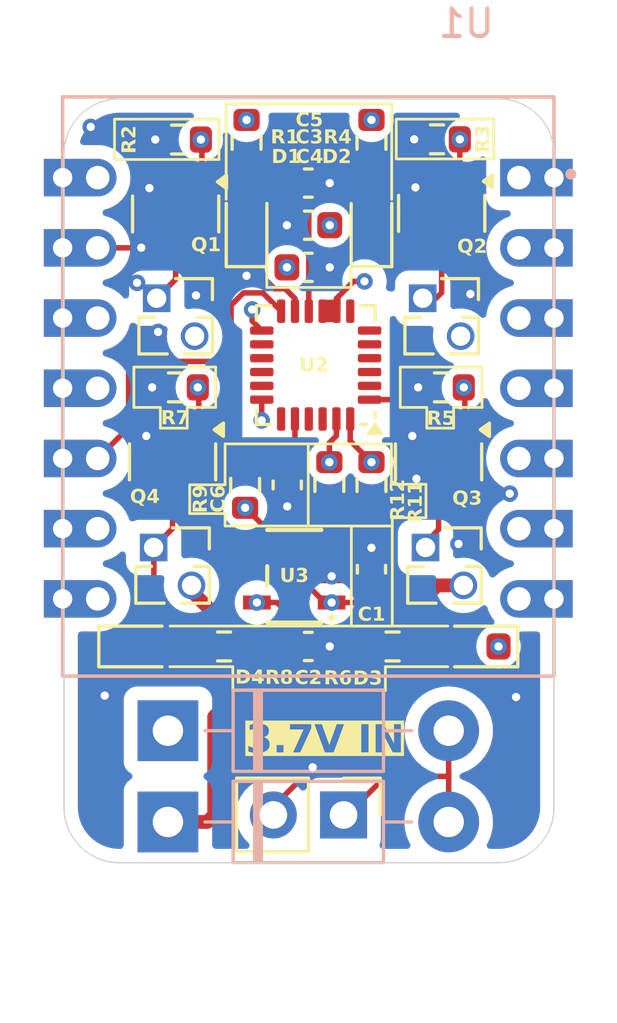
<source format=kicad_pcb>
(kicad_pcb (version 20240108) (generator "pcbnew") (generator_version "8.0")
  (layers (0 "F.Cu" signal) (1 "In1.Cu" signal) (2 "In2.Cu" signal) (31 "B.Cu" signal) (34 "B.Paste" user) (35 "F.Paste" user) (36 "B.SilkS" user "B.Silkscreen") (37 "F.SilkS" user "F.Silkscreen") (38 "B.Mask" user) (39 "F.Mask" user) (44 "Edge.Cuts" user))
  (net 0 "")
  (net 6 "GND")
  (net 7 "LDOIN")
  (net 8 "3.3VBUS")
  (net 9 "Net-(U2-REGOUT)")
  (net 10 "Net-(D1-K)")
  (net 11 "Net-(D1-A)")
  (net 12 "Net-(D2-K)")
  (net 13 "Net-(D2-A)")
  (net 14 "Net-(D3-A)")
  (net 15 "Net-(D3-K)")
  (net 16 "Net-(D4-A)")
  (net 17 "Net-(D4-K)")
  (net 18 "3.7V")
  (net 19 "3.7VBUS")
  (net 20 "MOT1")
  (net 21 "MOT2")
  (net 22 "MOT3")
  (net 23 "MOT4")
  (net 24 "/SDA")
  (net 25 "/SCL")
  (net 26 "/INT")
  (net 41 "Net-(U2-CPOUT)")
  (footprint "Resistor_SMD:R_0603_1608Metric" (layer "F.Cu") (at 112.014 70.866 90)
    (property "Reference" "R12" (at -0.534 2.496 -90) (layer "F.SilkS") (effects (font (size 0.5 0.5))))
    (property "Value" "4.7K")
    (pad "1" smd roundrect (at -0.825 0 90) (size 0.8 0.95) (layers "F.Cu" "F.Paste" "F.Mask") (net 8 "3.3VBUS"))
    (pad "2" smd roundrect (at 0.825 0 90) (size 0.8 0.95) (layers "F.Cu" "F.Paste" "F.Mask") (net 25 "/SCL"))
  )
  (footprint "Resistor_SMD:R_0603_1608Metric" (layer "F.Cu") (at 108.966 70.866 90)
    (property "Reference" "R9" (at -0.507419 -1.596 -90) (layer "F.SilkS") (effects (font (size 0.5 0.5))))
    (property "Value" "10K")
    (pad "1" smd roundrect (at -0.825 0 90) (size 0.8 0.95) (layers "F.Cu" "F.Paste" "F.Mask") (net 8 "3.3VBUS"))
    (pad "2" smd roundrect (at 0.825 0 90) (size 0.8 0.95) (layers "F.Cu" "F.Paste" "F.Mask") (net 26 "/INT"))
  )
  (footprint "Package_TO_SOT_SMD:SOT-23" (layer "F.Cu") (at 115.9655 70.0301 -90)
    (property "Reference" "Q3" (at 1.3399 -1.0345 180) (layer "F.SilkS") (effects (font (size 0.5 0.5))))
    (property "Value" "IRLML6402")
    (pad "1" smd roundrect (at -0.9375 -0.95 270) (size 1.475 0.6) (layers "F.Cu" "F.Paste" "F.Mask") (net 22 "MOT3"))
    (pad "2" smd roundrect (at -0.9375 0.95 270) (size 1.475 0.6) (layers "F.Cu" "F.Paste" "F.Mask") (net 6 "GND"))
    (pad "3" smd roundrect (at 0.9375 0 270) (size 1.475 0.6) (layers "F.Cu" "F.Paste" "F.Mask") (net 15 "Net-(D3-K)"))
  )
  (footprint "LED_SMD:LED_0603_1608Metric" (layer "F.Cu") (at 113.538 61.4812 90)
    (property "Reference" "D2" (at 2.4712 -1.258 0) (layer "F.SilkS") (effects (font (size 0.5 0.5))))
    (property "Value" "LED")
    (pad "1" smd roundrect (at -0.7875 0 90) (size 0.875 0.95) (layers "F.Cu" "F.Paste" "F.Mask") (net 12 "Net-(D2-K)"))
    (pad "2" smd roundrect (at 0.7875 0 90) (size 0.875 0.95) (layers "F.Cu" "F.Paste" "F.Mask") (net 13 "Net-(D2-A)"))
  )
  (footprint "Resistor_SMD:R_0603_1608Metric" (layer "F.Cu") (at 116.053 67.3354 180)
    (property "Reference" "R5" (at 0 -1.1446 0) (layer "F.SilkS") (effects (font (size 0.5 0.5) (thickness 0.125))))
    (property "Value" "10K")
    (pad "1" smd roundrect (at -0.825 0 180) (size 0.8 0.95) (layers "F.Cu" "F.Paste" "F.Mask") (net 22 "MOT3"))
    (pad "2" smd roundrect (at 0.825 0 180) (size 0.8 0.95) (layers "F.Cu" "F.Paste" "F.Mask") (net 6 "GND"))
  )
  (footprint "Sensor_Motion:InvenSense_QFN-24_4x4mm_P0.5mm" (layer "F.Cu") (at 111.5195 66.5284 180)
    (property "Reference" "U2" (at 0.0643 -0.0196 0) (layer "F.SilkS") (effects (font (size 0.5 0.5) (thickness 0.125))))
    (property "Value" "MPU-6050")
    (pad "1" smd roundrect (at -1.95 -1.25 180) (size 0.85 0.3) (layers "F.Cu" "F.Paste" "F.Mask") (net 6 "GND"))
    (pad "2" smd roundrect (at -1.95 -0.75 180) (size 0.85 0.3) (layers "F.Cu" "F.Paste" "F.Mask"))
    (pad "3" smd roundrect (at -1.95 -0.25 180) (size 0.85 0.3) (layers "F.Cu" "F.Paste" "F.Mask"))
    (pad "4" smd roundrect (at -1.95 0.25 180) (size 0.85 0.3) (layers "F.Cu" "F.Paste" "F.Mask"))
    (pad "5" smd roundrect (at -1.95 0.75 180) (size 0.85 0.3) (layers "F.Cu" "F.Paste" "F.Mask"))
    (pad "6" smd roundrect (at -1.95 1.25 180) (size 0.85 0.3) (layers "F.Cu" "F.Paste" "F.Mask"))
    (pad "7" smd roundrect (at -1.25 1.95 270) (size 0.85 0.3) (layers "F.Cu" "F.Paste" "F.Mask"))
    (pad "8" smd roundrect (at -0.75 1.95 270) (size 0.85 0.3) (layers "F.Cu" "F.Paste" "F.Mask") (net 8 "3.3VBUS"))
    (pad "9" smd roundrect (at -0.25 1.95 270) (size 0.85 0.3) (layers "F.Cu" "F.Paste" "F.Mask") (net 8 "3.3VBUS"))
    (pad "10" smd roundrect (at 0.25 1.95 270) (size 0.85 0.3) (layers "F.Cu" "F.Paste" "F.Mask") (net 9 "Net-(U2-REGOUT)"))
    (pad "11" smd roundrect (at 0.75 1.95 270) (size 0.85 0.3) (layers "F.Cu" "F.Paste" "F.Mask") (net 6 "GND"))
    (pad "12" smd roundrect (at 1.25 1.95 270) (size 0.85 0.3) (layers "F.Cu" "F.Paste" "F.Mask") (net 26 "/INT"))
    (pad "13" smd roundrect (at 1.95 1.25 180) (size 0.85 0.3) (layers "F.Cu" "F.Paste" "F.Mask") (net 8 "3.3VBUS"))
    (pad "14" smd roundrect (at 1.95 0.75 180) (size 0.85 0.3) (layers "F.Cu" "F.Paste" "F.Mask"))
    (pad "15" smd roundrect (at 1.95 0.25 180) (size 0.85 0.3) (layers "F.Cu" "F.Paste" "F.Mask"))
    (pad "16" smd roundrect (at 1.95 -0.25 180) (size 0.85 0.3) (layers "F.Cu" "F.Paste" "F.Mask"))
    (pad "17" smd roundrect (at 1.95 -0.75 180) (size 0.85 0.3) (layers "F.Cu" "F.Paste" "F.Mask"))
    (pad "18" smd roundrect (at 1.95 -1.25 180) (size 0.85 0.3) (layers "F.Cu" "F.Paste" "F.Mask") (net 6 "GND"))
    (pad "19" smd roundrect (at 1.25 -1.95 270) (size 0.85 0.3) (layers "F.Cu" "F.Paste" "F.Mask"))
    (pad "20" smd roundrect (at 0.75 -1.95 270) (size 0.85 0.3) (layers "F.Cu" "F.Paste" "F.Mask") (net 41 "Net-(U2-CPOUT)"))
    (pad "21" smd roundrect (at 0.25 -1.95 270) (size 0.85 0.3) (layers "F.Cu" "F.Paste" "F.Mask"))
    (pad "22" smd roundrect (at -0.25 -1.95 270) (size 0.85 0.3) (layers "F.Cu" "F.Paste" "F.Mask"))
    (pad "23" smd roundrect (at -0.75 -1.95 270) (size 0.85 0.3) (layers "F.Cu" "F.Paste" "F.Mask") (net 25 "/SCL"))
    (pad "24" smd roundrect (at -1.25 -1.95 270) (size 0.85 0.3) (layers "F.Cu" "F.Paste" "F.Mask") (net 24 "/SDA"))
    (zone (net 0) (net_name "") (layer "F.Cu") (connect_pads (clearance 0)) (min_thickness 0.254)
      (keepout (tracks not_allowed) (vias not_allowed) (pads not_allowed) (copperpour not_allowed) (footprints allowed))
      (fill (thermal_gap 0.508) (thermal_bridge_width 0.508))
      (polygon (pts (xy 112.8945 67.8534) (xy 110.1445 67.8534) (xy 110.1445 65.2034) (xy 112.8945 65.2034)))
    )
  )
  (footprint "Resistor_SMD:R_0603_1608Metric" (layer "F.Cu") (at 114.3 76.708)
    (property "Reference" "R6" (at -1.975025 1.1628 0) (layer "F.SilkS") (effects (font (size 0.5 0.5))))
    (property "Value" "220R")
    (pad "1" smd roundrect (at -0.825 0) (size 0.8 0.95) (layers "F.Cu" "F.Paste" "F.Mask") (net 19 "3.7VBUS"))
    (pad "2" smd roundrect (at 0.825 0) (size 0.8 0.95) (layers "F.Cu" "F.Paste" "F.Mask") (net 14 "Net-(D3-A)"))
  )
  (footprint "Capacitor_SMD:C_0603_1608Metric" (layer "F.Cu") (at 111.252 61.468 180)
    (property "Reference" "C3" (at -0.038 3.168 180) (layer "F.SilkS") (effects (font (size 0.5 0.5))))
    (property "Value" "0.1uF")
    (pad "1" smd roundrect (at -0.775 0 180) (size 0.9 0.95) (layers "F.Cu" "F.Paste" "F.Mask") (net 8 "3.3VBUS"))
    (pad "2" smd roundrect (at 0.775 0 180) (size 0.9 0.95) (layers "F.Cu" "F.Paste" "F.Mask") (net 6 "GND"))
  )
  (footprint "Package_TO_SOT_SMD:SOT-23" (layer "F.Cu") (at 106.4523 61.0616 -90)
    (property "Reference" "Q1" (at 1.1384 -1.0977 180) (layer "F.SilkS") (effects (font (size 0.5 0.5))))
    (property "Value" "IRLML6402")
    (pad "1" smd roundrect (at -0.9375 -0.95 270) (size 1.475 0.6) (layers "F.Cu" "F.Paste" "F.Mask") (net 20 "MOT1"))
    (pad "2" smd roundrect (at -0.9375 0.95 270) (size 1.475 0.6) (layers "F.Cu" "F.Paste" "F.Mask") (net 6 "GND"))
    (pad "3" smd roundrect (at 0.9375 0 270) (size 1.475 0.6) (layers "F.Cu" "F.Paste" "F.Mask") (net 10 "Net-(D1-K)"))
  )
  (footprint "Resistor_SMD:R_0603_1608Metric" (layer "F.Cu") (at 106.4273 67.3354 180)
    (property "Reference" "R7" (at -0.0027 -1.1246 0) (layer "F.SilkS") (effects (font (size 0.5 0.5))))
    (property "Value" "10K")
    (pad "1" smd roundrect (at -0.825 0 180) (size 0.8 0.95) (layers "F.Cu" "F.Paste" "F.Mask") (net 23 "MOT4"))
    (pad "2" smd roundrect (at 0.825 0 180) (size 0.8 0.95) (layers "F.Cu" "F.Paste" "F.Mask") (net 6 "GND"))
  )
  (footprint "Resistor_SMD:R_0603_1608Metric" (layer "F.Cu") (at 113.538 70.866 90)
    (property "Reference" "R11" (at -0.622905 1.612 -90) (layer "F.SilkS") (effects (font (size 0.5 0.5))))
    (property "Value" "4.7K")
    (pad "1" smd roundrect (at -0.825 0 90) (size 0.8 0.95) (layers "F.Cu" "F.Paste" "F.Mask") (net 8 "3.3VBUS"))
    (pad "2" smd roundrect (at 0.825 0 90) (size 0.8 0.95) (layers "F.Cu" "F.Paste" "F.Mask") (net 24 "/SDA"))
  )
  (footprint "Connector_PinSocket_1.27mm:PinSocket_1x02_P1.27mm_Vertical" (layer "F.Cu") (at 106.4523 64.1604)
    (property "Reference" "J1" (hide yes))
    (property "Value" "Conn_01x02_Pin")
    (pad "1" thru_hole rect (at -0.6858 -0.0508) (size 1 1) (drill 0.7) (layers "*.Cu" "*.Mask") (net 10 "Net-(D1-K)"))
    (pad "2" thru_hole oval (at 0.6858 1.3208) (size 1 1) (drill 0.7) (layers "*.Cu" "*.Mask") (net 19 "3.7VBUS"))
  )
  (footprint "Capacitor_SMD:C_0603_1608Metric" (layer "F.Cu") (at 111.252 59.944)
    (property "Reference" "C5" (at 0.038 -2.264 180) (layer "F.SilkS") (effects (font (size 0.5 0.5))))
    (property "Value" "0.1uF")
    (pad "1" smd roundrect (at -0.775 0) (size 0.9 0.95) (layers "F.Cu" "F.Paste" "F.Mask") (net 9 "Net-(U2-REGOUT)"))
    (pad "2" smd roundrect (at 0.775 0) (size 0.9 0.95) (layers "F.Cu" "F.Paste" "F.Mask") (net 6 "GND"))
  )
  (footprint "Connector_PinSocket_1.27mm:PinSocket_1x02_P1.27mm_Vertical" (layer "F.Cu") (at 116.078 64.1604)
    (property "Reference" "J2" (hide yes))
    (property "Value" "Conn_01x02_Pin")
    (pad "1" thru_hole rect (at -0.6858 -0.0508) (size 1 1) (drill 0.7) (layers "*.Cu" "*.Mask") (net 12 "Net-(D2-K)"))
    (pad "2" thru_hole oval (at 0.6858 1.3208) (size 1 1) (drill 0.7) (layers "*.Cu" "*.Mask") (net 19 "3.7VBUS"))
  )
  (footprint "LED_SMD:LED_0603_1608Metric" (layer "F.Cu") (at 117.348 76.708 180)
    (property "Reference" "D3" (at 3.948 -1.172 0) (layer "F.SilkS") (effects (font (size 0.5 0.5))))
    (property "Value" "LED")
    (pad "1" smd roundrect (at -0.7875 0 180) (size 0.875 0.95) (layers "F.Cu" "F.Paste" "F.Mask") (net 15 "Net-(D3-K)"))
    (pad "2" smd roundrect (at 0.7875 0 180) (size 0.875 0.95) (layers "F.Cu" "F.Paste" "F.Mask") (net 14 "Net-(D3-A)"))
  )
  (footprint "FlightController:SOT_RG1_DIO" (layer "F.Cu") (at 110.744 74.168 180)
    (property "Reference" "U3" (at 0 0 0) (layer "F.SilkS") (effects (font (size 0.5 0.5))))
    (property "Value" "AP2112K-3.3TRG1")
    (fp_text user "*" (at -1.336 -1.342 180) (layer "F.SilkS") (effects (font (size 0.5 0.5))))
    (fp_text user "*" (at -1.366 -1.652 0) (layer "F.SilkS") (effects (font (size 0.5 0.5))))
    (pad "1" smd rect (at -1.35255 -0.950001 180) (size 1.0033 0.508) (layers "F.Cu" "F.Paste" "F.Mask") (net 7 "LDOIN"))
    (pad "2" smd rect (at -1.35255 0 180) (size 1.0033 0.508) (layers "F.Cu" "F.Paste" "F.Mask") (net 6 "GND"))
    (pad "3" smd rect (at -1.35255 0.950001 180) (size 1.0033 0.508) (layers "F.Cu" "F.Paste" "F.Mask") (net 7 "LDOIN"))
    (pad "4" smd rect (at 1.35255 0.950001 180) (size 1.0033 0.508) (layers "F.Cu" "F.Paste" "F.Mask"))
    (pad "5" smd rect (at 1.35255 -0.950001 180) (size 1.0033 0.508) (layers "F.Cu" "F.Paste" "F.Mask") (net 8 "3.3VBUS"))
  )
  (footprint "Resistor_SMD:R_0603_1608Metric" (layer "F.Cu") (at 113.538 58.484 -90)
    (property "Reference" "R4" (at -0.184 1.228 180) (layer "F.SilkS") (effects (font (size 0.5 0.5))))
    (property "Value" "220R")
    (pad "1" smd roundrect (at -0.825 0 270) (size 0.8 0.95) (layers "F.Cu" "F.Paste" "F.Mask") (net 19 "3.7VBUS"))
    (pad "2" smd roundrect (at 0.825 0 270) (size 0.8 0.95) (layers "F.Cu" "F.Paste" "F.Mask") (net 13 "Net-(D2-A)"))
  )
  (footprint "Connector_PinSocket_1.27mm:PinSocket_1x02_P1.27mm_Vertical" (layer "F.Cu") (at 116.1796 73.1774)
    (property "Reference" "J3" (hide yes))
    (property "Value" "Conn_01x02_Pin")
    (pad "1" thru_hole rect (at -0.6858 -0.0508) (size 1 1) (drill 0.7) (layers "*.Cu" "*.Mask") (net 15 "Net-(D3-K)"))
    (pad "2" thru_hole oval (at 0.6858 1.3208) (size 1 1) (drill 0.7) (layers "*.Cu" "*.Mask") (net 19 "3.7VBUS"))
  )
  (footprint "Package_TO_SOT_SMD:SOT-23" (layer "F.Cu") (at 106.3398 70.0301 -90)
    (property "Reference" "Q4" (at 1.2799 0.9998 180) (layer "F.SilkS") (effects (font (size 0.5 0.5))))
    (property "Value" "IRLML6402")
    (pad "1" smd roundrect (at -0.9375 -0.95 270) (size 1.475 0.6) (layers "F.Cu" "F.Paste" "F.Mask") (net 23 "MOT4"))
    (pad "2" smd roundrect (at -0.9375 0.95 270) (size 1.475 0.6) (layers "F.Cu" "F.Paste" "F.Mask") (net 6 "GND"))
    (pad "3" smd roundrect (at 0.9375 0 270) (size 1.475 0.6) (layers "F.Cu" "F.Paste" "F.Mask") (net 17 "Net-(D4-K)"))
  )
  (footprint "Resistor_SMD:R_0603_1608Metric" (layer "F.Cu") (at 115.91 58.36 180)
    (property "Reference" "R3" (at -1.68 0.01 90) (layer "F.SilkS") (effects (font (size 0.5 0.5))))
    (property "Value" "10K")
    (pad "1" smd roundrect (at -0.825 0 180) (size 0.8 0.95) (layers "F.Cu" "F.Paste" "F.Mask") (net 21 "MOT2"))
    (pad "2" smd roundrect (at 0.825 0 180) (size 0.8 0.95) (layers "F.Cu" "F.Paste" "F.Mask") (net 6 "GND"))
  )
  (footprint "LED_SMD:LED_0603_1608Metric" (layer "F.Cu") (at 109.0181 61.4812 90)
    (property "Reference" "D1" (at 2.4712 1.4319 180) (layer "F.SilkS") (effects (font (size 0.5 0.5))))
    (property "Value" "LED")
    (pad "1" smd roundrect (at -0.7875 0 90) (size 0.875 0.95) (layers "F.Cu" "F.Paste" "F.Mask") (net 10 "Net-(D1-K)"))
    (pad "2" smd roundrect (at 0.7875 0 90) (size 0.875 0.95) (layers "F.Cu" "F.Paste" "F.Mask") (net 11 "Net-(D1-A)"))
  )
  (footprint "Connector_PinHeader_2.54mm:PinHeader_1x02_P2.54mm_Vertical" (layer "F.Cu") (at 112.527 82.804 -90)
    (property "Reference" "J5" (hide yes))
    (property "Value" "Conn_01x02_Socket")
    (pad "1" thru_hole rect (at 0 0 270) (size 1.7 1.7) (drill 1) (layers "*.Cu" "*.Mask") (net 18 "3.7V"))
    (pad "2" thru_hole oval (at 0 2.54 270) (size 1.7 1.7) (drill 1) (layers "*.Cu" "*.Mask") (net 6 "GND"))
  )
  (footprint "Capacitor_SMD:C_0603_1608Metric" (layer "F.Cu") (at 111.252 62.992 180)
    (property "Reference" "C4" (at -0.045327 3.982 180) (layer "F.SilkS") (effects (font (size 0.5 0.5))))
    (property "Value" "0.1uF")
    (pad "1" smd roundrect (at -0.775 0 180) (size 0.9 0.95) (layers "F.Cu" "F.Paste" "F.Mask") (net 6 "GND"))
    (pad "2" smd roundrect (at 0.775 0 180) (size 0.9 0.95) (layers "F.Cu" "F.Paste" "F.Mask") (net 8 "3.3VBUS"))
  )
  (footprint "Capacitor_SMD:C_0603_1608Metric" (layer "F.Cu") (at 110.49 70.866 -90)
    (property "Reference" "C6" (at 0.504 2.48 -90) (layer "F.SilkS") (effects (font (size 0.5 0.5))))
    (property "Value" "0.1uF")
    (pad "1" smd roundrect (at -0.775 0 270) (size 0.9 0.95) (layers "F.Cu" "F.Paste" "F.Mask") (net 41 "Net-(U2-CPOUT)"))
    (pad "2" smd roundrect (at 0.775 0 270) (size 0.9 0.95) (layers "F.Cu" "F.Paste" "F.Mask") (net 6 "GND"))
  )
  (footprint "Resistor_SMD:R_0603_1608Metric" (layer "F.Cu") (at 106.5398 58.3692 180)
    (property "Reference" "R2" (at 1.7498 -0.0008 90) (layer "F.SilkS") (effects (font (size 0.5 0.5))))
    (property "Value" "10K")
    (pad "1" smd roundrect (at -0.825 0 180) (size 0.8 0.95) (layers "F.Cu" "F.Paste" "F.Mask") (net 20 "MOT1"))
    (pad "2" smd roundrect (at 0.825 0 180) (size 0.8 0.95) (layers "F.Cu" "F.Paste" "F.Mask") (net 6 "GND"))
  )
  (footprint "Package_TO_SOT_SMD:SOT-23" (layer "F.Cu") (at 116.078 61.0385 -90)
    (property "Reference" "Q2" (at 1.2215 -1.102 180) (layer "F.SilkS") (effects (font (size 0.5 0.5))))
    (property "Value" "IRLML6402")
    (pad "1" smd roundrect (at -0.9375 -0.95 270) (size 1.475 0.6) (layers "F.Cu" "F.Paste" "F.Mask") (net 21 "MOT2"))
    (pad "2" smd roundrect (at -0.9375 0.95 270) (size 1.475 0.6) (layers "F.Cu" "F.Paste" "F.Mask") (net 6 "GND"))
    (pad "3" smd roundrect (at 0.9375 0 270) (size 1.475 0.6) (layers "F.Cu" "F.Paste" "F.Mask") (net 12 "Net-(D2-K)"))
  )
  (footprint "Capacitor_SMD:C_0603_1608Metric" (layer "F.Cu") (at 113.538 73.914 -90)
    (property "Reference" "C1" (at 1.656 -0.002 0) (layer "F.SilkS") (effects (font (size 0.5 0.5))))
    (property "Value" "1uF")
    (pad "1" smd roundrect (at -0.775 0 270) (size 0.9 0.95) (layers "F.Cu" "F.Paste" "F.Mask") (net 6 "GND"))
    (pad "2" smd roundrect (at 0.775 0 270) (size 0.9 0.95) (layers "F.Cu" "F.Paste" "F.Mask") (net 7 "LDOIN"))
  )
  (footprint "Resistor_SMD:R_0603_1608Metric" (layer "F.Cu") (at 109.0181 58.484 -90)
    (property "Reference" "R1" (at -0.184 -1.3819 180) (layer "F.SilkS") (effects (font (size 0.5 0.5))))
    (property "Value" "220R")
    (pad "1" smd roundrect (at -0.825 0 270) (size 0.8 0.95) (layers "F.Cu" "F.Paste" "F.Mask") (net 19 "3.7VBUS"))
    (pad "2" smd roundrect (at 0.825 0 270) (size 0.8 0.95) (layers "F.Cu" "F.Paste" "F.Mask") (net 11 "Net-(D1-A)"))
  )
  (footprint "Connector_PinSocket_1.27mm:PinSocket_1x02_P1.27mm_Vertical" (layer "F.Cu") (at 106.3398 73.1774)
    (property "Reference" "J4" (hide yes))
    (property "Value" "Conn_01x02_Pin")
    (pad "1" thru_hole rect (at -0.6858 -0.0508) (size 1 1) (drill 0.7) (layers "*.Cu" "*.Mask") (net 17 "Net-(D4-K)"))
    (pad "2" thru_hole oval (at 0.6858 1.3208) (size 1 1) (drill 0.7) (layers "*.Cu" "*.Mask") (net 19 "3.7VBUS"))
  )
  (footprint "Capacitor_SMD:C_0603_1608Metric" (layer "F.Cu") (at 111.252 76.708 180)
    (property "Reference" "C2" (at 0.002295 -1.1536 0) (layer "F.SilkS") (effects (font (size 0.5 0.5))))
    (property "Value" "1uF")
    (pad "1" smd roundrect (at -0.775 0 180) (size 0.9 0.95) (layers "F.Cu" "F.Paste" "F.Mask") (net 6 "GND"))
    (pad "2" smd roundrect (at 0.775 0 180) (size 0.9 0.95) (layers "F.Cu" "F.Paste" "F.Mask") (net 8 "3.3VBUS"))
  )
  (footprint "LED_SMD:LED_0603_1608Metric" (layer "F.Cu") (at 105.156 76.708)
    (property "Reference" "D4" (at 3.982 1.1352 0) (layer "F.SilkS") (effects (font (size 0.5 0.5))))
    (property "Value" "LED")
    (pad "1" smd roundrect (at -0.7875 0) (size 0.875 0.95) (layers "F.Cu" "F.Paste" "F.Mask") (net 17 "Net-(D4-K)"))
    (pad "2" smd roundrect (at 0.7875 0) (size 0.875 0.95) (layers "F.Cu" "F.Paste" "F.Mask") (net 16 "Net-(D4-A)"))
  )
  (footprint "Resistor_SMD:R_0603_1608Metric" (layer "F.Cu") (at 108.204 76.708 180)
    (property "Reference" "R8" (at -1.993394 -1.1444 0) (layer "F.SilkS") (effects (font (size 0.5 0.5))))
    (property "Value" "220R")
    (pad "1" smd roundrect (at -0.825 0 180) (size 0.8 0.95) (layers "F.Cu" "F.Paste" "F.Mask") (net 19 "3.7VBUS"))
    (pad "2" smd roundrect (at 0.825 0 180) (size 0.8 0.95) (layers "F.Cu" "F.Paste" "F.Mask") (net 16 "Net-(D4-A)"))
  )
  (footprint "Diode_THT:D_DO-41_SOD81_P10.16mm_Horizontal" (layer "B.Cu") (at 106.172 83.058)
    (property "Reference" "D5" (hide yes))
    (property "Value" "D")
    (pad "1" thru_hole rect (at 0 0) (size 2.2 2.2) (drill 1.1) (layers "*.Cu" "*.Mask") (net 19 "3.7VBUS"))
    (pad "2" thru_hole oval (at 10.16 0) (size 2.2 2.2) (drill 1.1) (layers "*.Cu" "*.Mask") (net 18 "3.7V"))
  )
  (footprint "Diode_THT:D_DO-41_SOD81_P10.16mm_Horizontal" (layer "B.Cu") (at 106.172 79.756)
    (property "Reference" "D6" (hide yes))
    (property "Value" "D")
    (pad "1" thru_hole rect (at 0 0) (size 2.2 2.2) (drill 1.1) (layers "*.Cu" "*.Mask") (net 7 "LDOIN"))
    (pad "2" thru_hole oval (at 10.16 0) (size 2.2 2.2) (drill 1.1) (layers "*.Cu" "*.Mask") (net 18 "3.7V"))
  )
  (footprint "footprints:MODULE_113991054" (layer "B.Cu") (at 111.252 67.303 180)
    (property "Reference" "U1" (at -5.715 13.135 0) (layer "B.SilkS") (effects (justify mirror)))
    (property "Value" "113991054")
    (pad "1" thru_hole rect (at -8.89 7.5565 180) (size 1.358 1.358) (drill 0.7) (layers "*.Cu" "*.Mask") (net 20 "MOT1"))
    (pad "1" thru_hole rect (at -7.62 7.5565 180) (size 1.358 1.358) (drill 0.85) (layers "*.Cu" "*.Mask") (net 20 "MOT1"))
    (pad "2" thru_hole rect (at -8.89 5.0165 180) (size 1.949 1.358) (drill 0.7 (offset 0.2955 0)) (layers "*.Cu" "*.Mask"))
    (pad "2" thru_hole circle (at -7.62 5.0165 180) (size 1.358 1.358) (drill 0.85) (layers "*.Cu" "*.Mask"))
    (pad "3" thru_hole rect (at -8.89 2.4765 180) (size 1.949 1.358) (drill 0.7 (offset 0.2955 0)) (layers "*.Cu" "*.Mask") (net 21 "MOT2"))
    (pad "3" thru_hole circle (at -7.62 2.4765 180) (size 1.358 1.358) (drill 0.85) (layers "*.Cu" "*.Mask") (net 21 "MOT2"))
    (pad "4" thru_hole rect (at -8.89 -0.0635 180) (size 1.949 1.358) (drill 0.7 (offset 0.2955 0)) (layers "*.Cu" "*.Mask") (net 22 "MOT3"))
    (pad "4" thru_hole circle (at -7.62 -0.0635 180) (size 1.358 1.358) (drill 0.85) (layers "*.Cu" "*.Mask") (net 22 "MOT3"))
    (pad "5" thru_hole rect (at -8.89 -2.6035 180) (size 1.949 1.358) (drill 0.7 (offset 0.2955 0)) (layers "*.Cu" "*.Mask") (net 24 "/SDA"))
    (pad "5" thru_hole circle (at -7.62 -2.6035 180) (size 1.358 1.358) (drill 0.85) (layers "*.Cu" "*.Mask") (net 24 "/SDA"))
    (pad "6" thru_hole rect (at -8.89 -5.1435 180) (size 1.949 1.358) (drill 0.7 (offset 0.2955 0)) (layers "*.Cu" "*.Mask") (net 25 "/SCL"))
    (pad "6" thru_hole circle (at -7.62 -5.1435 180) (size 1.358 1.358) (drill 0.85) (layers "*.Cu" "*.Mask") (net 25 "/SCL"))
    (pad "7" thru_hole rect (at -8.89 -7.6835 180) (size 1.949 1.358) (drill 0.7 (offset 0.2955 0)) (layers "*.Cu" "*.Mask"))
    (pad "7" thru_hole circle (at -7.62 -7.6835 180) (size 1.358 1.358) (drill 0.85) (layers "*.Cu" "*.Mask"))
    (pad "8" thru_hole circle (at 7.62 -7.6835 180) (size 1.358 1.358) (drill 0.85) (layers "*.Cu" "*.Mask"))
    (pad "8" thru_hole rect (at 8.89 -7.6835 180) (size 1.949 1.358) (drill 0.7 (offset -0.2955 0)) (layers "*.Cu" "*.Mask"))
    (pad "9" thru_hole circle (at 7.62 -5.1435 180) (size 1.358 1.358) (drill 0.85) (layers "*.Cu" "*.Mask") (net 23 "MOT4"))
    (pad "9" thru_hole rect (at 8.89 -5.1435 180) (size 1.949 1.358) (drill 0.7 (offset -0.2955 0)) (layers "*.Cu" "*.Mask") (net 23 "MOT4"))
    (pad "10" thru_hole circle (at 7.62 -2.6035 180) (size 1.358 1.358) (drill 0.85) (layers "*.Cu" "*.Mask") (net 26 "/INT"))
    (pad "10" thru_hole rect (at 8.89 -2.6035 180) (size 1.949 1.358) (drill 0.7 (offset -0.2955 0)) (layers "*.Cu" "*.Mask") (net 26 "/INT"))
    (pad "11" thru_hole circle (at 7.62 -0.0635 180) (size 1.358 1.358) (drill 0.85) (layers "*.Cu" "*.Mask"))
    (pad "11" thru_hole rect (at 8.89 -0.0635 180) (size 1.949 1.358) (drill 0.7 (offset -0.2955 0)) (layers "*.Cu" "*.Mask"))
    (pad "12" thru_hole circle (at 7.62 2.4765 180) (size 1.358 1.358) (drill 0.85) (layers "*.Cu" "*.Mask") (net 8 "3.3VBUS"))
    (pad "12" thru_hole rect (at 8.89 2.4765 180) (size 1.949 1.358) (drill 0.7 (offset -0.2955 0)) (layers "*.Cu" "*.Mask") (net 8 "3.3VBUS"))
    (pad "13" thru_hole circle (at 7.62 5.0165 180) (size 1.358 1.358) (drill 0.85) (layers "*.Cu" "*.Mask") (net 6 "GND"))
    (pad "13" thru_hole rect (at 8.89 5.0165 180) (size 1.949 1.358) (drill 0.7 (offset -0.2955 0)) (layers "*.Cu" "*.Mask") (net 6 "GND"))
    (pad "14" thru_hole circle (at 7.62 7.5565 180) (size 1.358 1.358) (drill 0.85) (layers "*.Cu" "*.Mask"))
    (pad "14" thru_hole rect (at 8.89 7.5565 180) (size 1.949 1.358) (drill 0.7 (offset -0.2955 0)) (layers "*.Cu" "*.Mask"))
  )
  (gr_poly (pts (xy 111.8108 64.262) (xy 112.2172 64.262) (xy 112.2172 64.8716) (xy 111.8108 64.8716)) (stroke (width 0.2)) (fill solid) (layer "F.Cu") (net 8))
  (gr_rect (start 104.24 57.63) (end 108.02 59.09) (stroke (width 0.1)) (fill none) (layer "F.SilkS"))
  (gr_line (start 114.04 78.3) (end 114.04 77.45) (stroke (width 0.1)) (layer "F.SilkS"))
  (gr_line (start 109.75 62.89) (end 109.75 63.72) (stroke (width 0.1)) (layer "F.SilkS"))
  (gr_line (start 104.94 66.6) (end 107.9 66.6) (stroke (width 0.1)) (layer "F.SilkS"))
  (gr_line (start 108.52 78.3) (end 114.04 78.3) (stroke (width 0.1)) (layer "F.SilkS"))
  (gr_line (start 116.51 68.06) (end 116.51 68.81) (stroke (width 0.1)) (layer "F.SilkS"))
  (gr_line (start 114.04 77.44) (end 116.3 77.44) (stroke (width 0.1)) (layer "F.SilkS"))
  (gr_line (start 107.9 66.6) (end 107.9 68.06) (stroke (width 0.1)) (layer "F.SilkS"))
  (gr_line (start 108.52 77.44) (end 108.52 78.3) (stroke (width 0.1)) (layer "F.SilkS"))
  (gr_line (start 115.51 72.05) (end 114.29 72.05) (stroke (width 0.1)) (layer "F.SilkS"))
  (gr_line (start 117.54 66.6) (end 117.54 68.06) (stroke (width 0.1)) (layer "F.SilkS"))
  (gr_line (start 117.54 68.06) (end 116.51 68.06) (stroke (width 0.1)) (layer "F.SilkS"))
  (gr_rect (start 112.81 72.35) (end 114.29 75.97) (stroke (width 0.1)) (fill none) (layer "F.SilkS"))
  (gr_line (start 114.26 69.38) (end 114.26 70.84) (stroke (width 0.1)) (layer "F.SilkS"))
  (gr_line (start 114.29 72.05) (end 114.29 72.35) (stroke (width 0.1)) (layer "F.SilkS"))
  (gr_line (start 105.9 68.81) (end 105.9 68.06) (stroke (width 0.1)) (layer "F.SilkS"))
  (gr_line (start 116.51 68.81) (end 115.54 68.81) (stroke (width 0.1)) (layer "F.SilkS"))
  (gr_line (start 108.24 69.38) (end 114.26 69.38) (stroke (width 0.1)) (layer "F.SilkS"))
  (gr_line (start 108.28 60.53) (end 108.28 57.08) (stroke (width 0.1)) (layer "F.SilkS"))
  (gr_line (start 115.51 70.84) (end 115.51 72.045) (stroke (width 0.1)) (layer "F.SilkS"))
  (gr_line (start 114.27 72.35) (end 108.24 72.35) (stroke (width 0.1)) (layer "F.SilkS"))
  (gr_line (start 114.58 68.06) (end 114.58 66.6) (stroke (width 0.1)) (layer "F.SilkS"))
  (gr_line (start 107.9 68.06) (end 106.87 68.06) (stroke (width 0.1)) (layer "F.SilkS"))
  (gr_line (start 108.24 70.86) (end 108.24 69.38) (stroke (width 0.1)) (layer "F.SilkS"))
  (gr_line (start 108.29 57.08) (end 114.265 57.08) (stroke (width 0.1)) (layer "F.SilkS"))
  (gr_line (start 108.52 77.44) (end 106.24 77.44) (stroke (width 0.1)) (layer "F.SilkS"))
  (gr_rect (start 114.435 57.63) (end 117.965 59.07) (stroke (width 0.1)) (fill none) (layer "F.SilkS"))
  (gr_line (start 108.24 72.35) (end 108.24 71.9) (stroke (width 0.1)) (layer "F.SilkS"))
  (gr_line (start 105.9 68.06) (end 104.94 68.06) (stroke (width 0.1)) (layer "F.SilkS"))
  (gr_line (start 106.96 71.9) (end 106.96 70.86) (stroke (width 0.1)) (layer "F.SilkS"))
  (gr_line (start 115.54 68.06) (end 114.58 68.06) (stroke (width 0.1)) (layer "F.SilkS"))
  (gr_line (start 106.96 70.86) (end 108.24 70.86) (stroke (width 0.1)) (layer "F.SilkS"))
  (gr_line (start 106.87 68.06) (end 106.87 68.81) (stroke (width 0.1)) (layer "F.SilkS"))
  (gr_line (start 114.27 57.08) (end 114.27 60.53) (stroke (width 0.1)) (layer "F.SilkS"))
  (gr_line (start 114.26 70.84) (end 115.51 70.84) (stroke (width 0.1)) (layer "F.SilkS"))
  (gr_line (start 114.58 66.6) (end 117.54 66.6) (stroke (width 0.1)) (layer "F.SilkS"))
  (gr_line (start 115.54 68.81) (end 115.54 68.06) (stroke (width 0.1)) (layer "F.SilkS"))
  (gr_line (start 104.94 68.06) (end 104.94 66.6) (stroke (width 0.1)) (layer "F.SilkS"))
  (gr_line (start 112.8 63.72) (end 112.8 62.8) (stroke (width 0.1)) (layer "F.SilkS"))
  (gr_line (start 116.3 75.97) (end 106.25 75.97) (stroke (width 0.1)) (layer "F.SilkS"))
  (gr_line (start 111.25 69.38) (end 111.25 72.35) (stroke (width 0.1)) (layer "F.SilkS"))
  (gr_line (start 109.77 63.72) (end 112.8 63.72) (stroke (width 0.1)) (layer "F.SilkS"))
  (gr_line (start 108.24 71.9) (end 106.96 71.9) (stroke (width 0.1)) (layer "F.SilkS"))
  (gr_line (start 106.87 68.81) (end 105.9 68.81) (stroke (width 0.1)) (layer "F.SilkS"))
  (gr_arc (start 118.142 56.896) (mid 119.556214 57.481786) (end 120.142 58.896) (stroke (width 0.05)) (layer "Edge.Cuts"))
  (gr_line (start 104.4128 56.896) (end 118.142 56.896) (stroke (width 0.05)) (layer "Edge.Cuts"))
  (gr_arc (start 120.142 82.5312) (mid 119.556214 83.945414) (end 118.142 84.5312) (stroke (width 0.05)) (layer "Edge.Cuts"))
  (gr_arc (start 104.4128 84.5312) (mid 102.998586 83.945414) (end 102.4128 82.5312) (stroke (width 0.05)) (layer "Edge.Cuts"))
  (gr_arc (start 102.4128 58.896) (mid 102.998586 57.481786) (end 104.4128 56.896) (stroke (width 0.05)) (layer "Edge.Cuts"))
  (gr_line (start 102.4128 82.5312) (end 102.4128 58.896) (stroke (width 0.05)) (layer "Edge.Cuts"))
  (gr_line (start 120.142 58.896) (end 120.142 82.5312) (stroke (width 0.05)) (layer "Edge.Cuts"))
  (gr_line (start 118.142 84.5312) (end 104.4128 84.5312) (stroke (width 0.05)) (layer "Edge.Cuts"))
  (gr_text "3.7V IN" (at 108.99 80.71 0) (layer "F.SilkS" knockout) (effects (font (size 1 1) (thickness 0.1)) (justify left bottom)))
  (segment (start 110.7695 64.5784) (end 110.7695 64.12099) (width 0.2) (layer "F.Cu") (net 6))
  (segment (start 110.7695 64.12099) (end 110.41551 63.767) (width 0.2) (layer "F.Cu") (net 6))
  (segment (start 114.785 67.7784) (end 115.228 67.3354) (width 0.2) (layer "F.Cu") (net 6))
  (segment (start 109.558104 63.2968) (end 109.0168 63.2968) (width 0.2) (layer "F.Cu") (net 6))
  (segment (start 111.41 81.08) (end 109.987 82.503) (width 0.2) (layer "F.Cu") (net 6))
  (segment (start 109.566 67.7819) (end 109.5695 67.7784) (width 0.2) (layer "F.Cu") (net 6))
  (segment (start 105.2011 62.2865) (end 105.2068 62.2808) (width 0.2) (layer "F.Cu") (net 6))
  (segment (start 109.566 68.5292) (end 109.566 67.7819) (width 0.2) (layer "F.Cu") (net 6))
  (segment (start 110.028304 63.767) (end 109.558104 63.2968) (width 0.2) (layer "F.Cu") (net 6))
  (segment (start 113.4695 67.7784) (end 114.785 67.7784) (width 0.2) (layer "F.Cu") (net 6))
  (segment (start 103.632 62.2865) (end 105.2011 62.2865) (width 0.2) (layer "F.Cu") (net 6))
  (segment (start 109.987 82.503) (end 109.987 82.804) (width 0.2) (layer "F.Cu") (net 6))
  (segment (start 110.41551 63.767) (end 110.028304 63.767) (width 0.2) (layer "F.Cu") (net 6))
  (via (at 105.7148 58.3692) (size 0.6) (drill 0.3) (layers "F.Cu" "B.Cu") (net 6))
  (via (at 115.0155 69.0926) (size 0.6) (drill 0.3) (layers "F.Cu" "B.Cu") (net 6))
  (via (at 107.188 64.008) (size 0.6) (drill 0.3) (layers "F.Cu" "B.Cu") (net 6))
  (via (at 110.477 61.468) (size 0.6) (drill 0.3) (layers "F.Cu" "B.Cu") (net 6))
  (via (at 105.0544 63.5508) (size 0.6) (drill 0.3) (layers "F.Cu" "B.Cu") (net 6))
  (via (at 115.228 67.3354) (size 0.6) (drill 0.3) (layers "F.Cu" "B.Cu") (net 6))
  (via (at 111.41 81.08) (size 0.6) (drill 0.3) (layers "F.Cu" "B.Cu") (net 6))
  (via (at 112.027 59.944) (size 0.6) (drill 0.3) (layers "F.Cu" "B.Cu") (net 6))
  (via (at 117.1164 63.9572) (size 0.6) (drill 0.3) (layers "F.Cu" "B.Cu") (net 6))
  (via (at 118.54 71.18) (size 0.6) (drill 0.3) (layers "F.Cu" "B.Cu") (net 6))
  (via (at 115.1655 70.641) (size 0.6) (drill 0.3) (layers "F.Cu" "B.Cu") (net 6))
  (via (at 109.0168 63.2968) (size 0.6) (drill 0.3) (layers "F.Cu" "B.Cu") (net 6))
  (via (at 105.6023 67.3354) (size 0.6) (drill 0.3) (layers "F.Cu" "B.Cu") (net 6))
  (via (at 112.027 62.992) (size 0.6) (drill 0.3) (layers "F.Cu" "B.Cu") (net 6))
  (via (at 105.8164 65.3288) (size 0.6) (drill 0.3) (layers "F.Cu" "B.Cu") (net 6))
  (via (at 113.538 73.139) (size 0.6) (drill 0.3) (layers "F.Cu" "B.Cu") (net 6))
  (via (at 105.3898 69.0926) (size 0.6) (drill 0.3) (layers "F.Cu" "B.Cu") (net 6))
  (via (at 115.128 60.101) (size 0.6) (drill 0.3) (layers "F.Cu" "B.Cu") (net 6))
  (via (at 112.027 76.708) (size 0.6) (drill 0.3) (layers "F.Cu" "B.Cu") (net 6))
  (via (at 103.886 78.486) (size 0.6) (drill 0.3) (layers "F.Cu" "B.Cu") (net 6))
  (via (at 105.2068 62.2808) (size 0.6) (drill 0.3) (layers "F.Cu" "B.Cu") (net 6))
  (via (at 115.085 58.36) (size 0.6) (drill 0.3) (layers "F.Cu" "B.Cu") (net 6))
  (via (at 110.49 71.641) (size 0.6) (drill 0.3) (layers "F.Cu" "B.Cu") (net 6))
  (via (at 109.566 68.5292) (size 0.6) (drill 0.3) (layers "F.Cu" "B.Cu") (net 6))
  (via (at 105.5023 60.1241) (size 0.6) (drill 0.3) (layers "F.Cu" "B.Cu") (net 6))
  (via (at 116.6876 72.9996) (size 0.6) (drill 0.3) (layers "F.Cu" "B.Cu") (net 6))
  (via (at 118.7704 78.5368) (size 0.6) (drill 0.3) (layers "F.Cu" "B.Cu") (net 6))
  (via (at 112.09655 74.168) (size 0.6) (drill 0.3) (layers "F.Cu" "B.Cu") (net 6))
  (via (at 103.378 57.912) (size 0.6) (drill 0.3) (layers "F.Cu" "B.Cu") (net 6))
  (segment (start 111.8489 73.217999) (end 111.252 73.814899) (width 0.2) (layer "F.Cu") (net 7))
  (segment (start 111.252 73.814899) (end 111.252 74.521101) (width 0.2) (layer "F.Cu") (net 7))
  (segment (start 113.108999 75.118001) (end 113.538 74.689) (width 0.2) (layer "F.Cu") (net 7))
  (segment (start 112.09655 73.217999) (end 111.8489 73.217999) (width 0.2) (layer "F.Cu") (net 7))
  (segment (start 111.252 74.521101) (end 111.8489 75.118001) (width 0.2) (layer "F.Cu") (net 7))
  (segment (start 112.014 75.118001) (end 112.09655 75.118001) (width 0.2) (layer "F.Cu") (net 7))
  (segment (start 111.8489 75.118001) (end 112.014 75.118001) (width 0.2) (layer "F.Cu") (net 7))
  (segment (start 112.09655 75.118001) (end 113.108999 75.118001) (width 0.2) (layer "F.Cu") (net 7))
  (via (at 112.09655 75.118001) (size 0.6) (drill 0.3) (layers "F.Cu" "B.Cu") (net 7))
  (segment (start 108.966 71.691) (end 108.9782 71.691) (width 0.2) (layer "F.Cu") (net 8))
  (segment (start 109.5695 65.2784) (end 109.22 64.9289) (width 0.2) (layer "F.Cu") (net 8))
  (segment (start 112.89049 63.5) (end 113.284 63.5) (width 0.2) (layer "F.Cu") (net 8))
  (segment (start 109.39145 75.118001) (end 110.119201 75.118001) (width 0.2) (layer "F.Cu") (net 8))
  (segment (start 112.2695 64.12099) (end 112.89049 63.5) (width 0.2) (layer "F.Cu") (net 8))
  (segment (start 110.477 75.4758) (end 110.477 76.708) (width 0.2) (layer "F.Cu") (net 8))
  (segment (start 108.9782 71.691) (end 109.6782 72.391) (width 0.2) (layer "F.Cu") (net 8))
  (segment (start 109.22 64.9289) (end 109.22 64.516) (width 0.2) (layer "F.Cu") (net 8))
  (segment (start 111.314 72.391) (end 112.014 71.691) (width 0.2) (layer "F.Cu") (net 8))
  (segment (start 110.119201 75.118001) (end 110.477 75.4758) (width 0.2) (layer "F.Cu") (net 8))
  (segment (start 109.6782 72.391) (end 111.314 72.391) (width 0.2) (layer "F.Cu") (net 8))
  (segment (start 112.2695 64.5784) (end 112.2695 64.12099) (width 0.2) (layer "F.Cu") (net 8))
  (segment (start 112.014 71.691) (end 113.538 71.691) (width 0.2) (layer "F.Cu") (net 8))
  (via (at 110.477 62.992) (size 0.6) (drill 0.3) (layers "F.Cu" "B.Cu") (net 8))
  (via (at 108.966 71.691) (size 0.6) (drill 0.3) (layers "F.Cu" "B.Cu") (net 8))
  (via (at 110.477 62.992) (size 0.6) (drill 0.3) (layers "F.Cu" "B.Cu") (net 8))
  (via (at 112.027 61.468) (size 0.6) (drill 0.3) (layers "F.Cu" "B.Cu") (net 8))
  (via (at 109.22 64.516) (size 0.6) (drill 0.3) (layers "F.Cu" "B.Cu") (net 8))
  (via (at 113.284 63.5) (size 0.6) (drill 0.3) (layers "F.Cu" "B.Cu") (net 8))
  (via (at 109.39145 75.118001) (size 0.6) (drill 0.3) (layers "F.Cu" "B.Cu") (net 8))
  (segment (start 111.2695 64.5784) (end 111.2695 60.7365) (width 0.2) (layer "F.Cu") (net 9))
  (segment (start 111.2695 60.7365) (end 110.477 59.944) (width 0.2) (layer "F.Cu") (net 9))
  (segment (start 107.2267 62.2687) (end 109.0181 62.2687) (width 0.2) (layer "F.Cu") (net 10))
  (segment (start 106.4523 61.9991) (end 106.9571 61.9991) (width 0.2) (layer "F.Cu") (net 10))
  (segment (start 106.9571 61.9991) (end 107.2267 62.2687) (width 0.2) (layer "F.Cu") (net 10))
  (segment (start 106.4523 63.4238) (end 106.4523 61.9991) (width 0.2) (layer "F.Cu") (net 10))
  (segment (start 105.7665 64.1096) (end 106.4523 63.4238) (width 0.2) (layer "F.Cu") (net 10))
  (segment (start 109.0181 60.8837) (end 109.0181 59.499) (width 0.2) (layer "F.Cu") (net 11))
  (segment (start 116.078 61.976) (end 116.078 63.9064) (width 0.2) (layer "F.Cu") (net 12))
  (segment (start 115.57 61.976) (end 115.2773 62.2687) (width 0.2) (layer "F.Cu") (net 12))
  (segment (start 116.078 63.9064) (end 115.8748 64.1096) (width 0.2) (layer "F.Cu") (net 12))
  (segment (start 116.078 61.976) (end 115.57 61.976) (width 0.2) (layer "F.Cu") (net 12))
  (segment (start 115.8748 64.1096) (end 115.3922 64.1096) (width 0.2) (layer "F.Cu") (net 12))
  (segment (start 115.2773 62.2687) (end 113.538 62.2687) (width 0.2) (layer "F.Cu") (net 12))
  (segment (start 113.538 60.8837) (end 113.538 59.499) (width 0.2) (layer "F.Cu") (net 13))
  (segment (start 116.5605 76.708) (end 115.125 76.708) (width 0.2) (layer "F.Cu") (net 14))
  (segment (start 115.9655 72.4807) (end 115.4938 72.9524) (width 0.2) (layer "F.Cu") (net 15))
  (segment (start 115.9655 70.9676) (end 115.9655 72.4807) (width 0.2) (layer "F.Cu") (net 15))
  (via (at 118.1355 76.708) (size 0.6) (drill 0.3) (layers "F.Cu" "B.Cu") (net 15))
  (segment (start 105.9435 76.708) (end 107.379 76.708) (width 0.2) (layer "F.Cu") (net 16))
  (segment (start 105.664 73.1166) (end 105.664 75.184) (width 0.2) (layer "F.Cu") (net 17))
  (segment (start 106.3398 70.9676) (end 106.3398 72.4408) (width 0.2) (layer "F.Cu") (net 17))
  (segment (start 104.3685 76.4795) (end 104.3685 76.708) (width 0.2) (layer "F.Cu") (net 17))
  (segment (start 105.664 75.184) (end 104.3685 76.4795) (width 0.2) (layer "F.Cu") (net 17))
  (segment (start 106.3398 72.4408) (end 105.664 73.1166) (width 0.2) (layer "F.Cu") (net 17))
  (segment (start 116.332 81.534) (end 116.332 83.058) (width 0.2) (layer "F.Cu") (net 18))
  (segment (start 116.332 81.28) (end 116.332 81.534) (width 0.2) (layer "F.Cu") (net 18))
  (segment (start 112.527 82.804) (end 112.653999 82.804) (width 0.2) (layer "F.Cu") (net 18))
  (segment (start 114.051 81.406999) (end 116.332 81.406999) (width 0.2) (layer "F.Cu") (net 18))
  (segment (start 116.332 79.756) (end 116.332 81.534) (width 0.2) (layer "F.Cu") (net 18))
  (segment (start 112.653999 82.804) (end 114.051 81.406999) (width 0.2) (layer "F.Cu") (net 18))
  (segment (start 109.1052 77.8256) (end 113.03 77.8256) (width 0.5) (layer "F.Cu") (net 19))
  (segment (start 113.475 76.708) (end 113.7049 76.708) (width 0.5) (layer "F.Cu") (net 19))
  (segment (start 106.172 83.058) (end 107.5944 83.058) (width 0.5) (layer "F.Cu") (net 19))
  (segment (start 109.029 76.708) (end 109.029 77.7494) (width 0.5) (layer "F.Cu") (net 19))
  (segment (start 107.8484 82.804) (end 107.8484 79.248) (width 0.5) (layer "F.Cu") (net 19))
  (segment (start 113.03 77.8256) (end 113.475 77.3806) (width 0.5) (layer "F.Cu") (net 19))
  (segment (start 109.029 76.708) (end 107.0256 74.7046) (width 0.5) (layer "F.Cu") (net 19))
  (segment (start 109.029 78.0674) (end 109.029 76.708) (width 0.5) (layer "F.Cu") (net 19))
  (segment (start 107.5944 83.058) (end 107.8484 82.804) (width 0.5) (layer "F.Cu") (net 19))
  (segment (start 115.9147 74.4982) (end 116.8654 74.4982) (width 0.5) (layer "F.Cu") (net 19))
  (segment (start 113.7049 76.708) (end 115.9147 74.4982) (width 0.5) (layer "F.Cu") (net 19))
  (segment (start 107.0256 74.7046) (end 107.0256 74.4982) (width 0.5) (layer "F.Cu") (net 19))
  (segment (start 107.8484 79.248) (end 109.029 78.0674) (width 0.5) (layer "F.Cu") (net 19))
  (segment (start 109.029 77.7494) (end 109.1052 77.8256) (width 0.5) (layer "F.Cu") (net 19))
  (segment (start 113.475 77.3806) (end 113.475 76.708) (width 0.5) (layer "F.Cu") (net 19))
  (via (at 113.538 57.659) (size 0.6) (drill 0.3) (layers "F.Cu" "B.Cu") (net 19))
  (via (at 109.0181 57.659) (size 0.6) (drill 0.3) (layers "F.Cu" "B.Cu") (net 19))
  (segment (start 107.4023 60.1241) (end 107.4023 58.4067) (width 0.2) (layer "F.Cu") (net 20))
  (segment (start 107.4023 58.4067) (end 107.3648 58.3692) (width 0.2) (layer "F.Cu") (net 20))
  (via (at 107.3648 58.3692) (size 0.6) (drill 0.3) (layers "F.Cu" "B.Cu") (net 20))
  (segment (start 116.735 59.808) (end 117.028 60.101) (width 0.2) (layer "F.Cu") (net 21))
  (segment (start 116.735 58.36) (end 116.735 59.808) (width 0.2) (layer "F.Cu") (net 21))
  (segment (start 116.903 58.3692) (end 116.903 58.3692) (width 0.2) (layer "F.Cu") (net 21))
  (segment (start 116.735 58.36) (end 116.7442 58.3692) (width 0.2) (layer "F.Cu") (net 21))
  (segment (start 116.7442 58.3692) (end 116.903 58.3692) (width 0.2) (layer "F.Cu") (net 21))
  (via (at 116.735 58.36) (size 0.6) (drill 0.3) (layers "F.Cu" "B.Cu") (net 21))
  (segment (start 116.9155 69.0926) (end 116.9155 67.3729) (width 0.2) (layer "F.Cu") (net 22))
  (segment (start 116.9155 67.3729) (end 116.878 67.3354) (width 0.2) (layer "F.Cu") (net 22))
  (via (at 116.878 67.3354) (size 0.6) (drill 0.3) (layers "F.Cu" "B.Cu") (net 22))
  (segment (start 107.2898 67.3729) (end 107.2523 67.3354) (width 0.2) (layer "F.Cu") (net 23))
  (segment (start 107.2898 69.0926) (end 107.2898 67.3729) (width 0.2) (layer "F.Cu") (net 23))
  (via (at 107.2523 67.3354) (size 0.6) (drill 0.3) (layers "F.Cu" "B.Cu") (net 23))
  (segment (start 112.7695 68.4784) (end 112.7695 69.2725) (width 0.2) (layer "F.Cu") (net 24))
  (segment (start 112.7695 69.2725) (end 113.538 70.041) (width 0.2) (layer "F.Cu") (net 24))
  (via (at 113.538 70.041) (size 0.6) (drill 0.3) (layers "F.Cu" "B.Cu") (net 24))
  (segment (start 112.2695 69.0865) (end 112.014 69.342) (width 0.2) (layer "F.Cu") (net 25))
  (segment (start 112.2695 68.4784) (end 112.2695 69.0865) (width 0.2) (layer "F.Cu") (net 25))
  (segment (start 112.014 69.342) (end 112.014 70.041) (width 0.2) (layer "F.Cu") (net 25))
  (via (at 112.014 70.041) (size 0.6) (drill 0.3) (layers "F.Cu" "B.Cu") (net 25))
  (segment (start 108.458 69.533) (end 108.458 65.532) (width 0.2) (layer "F.Cu") (net 26))
  (segment (start 108.9056 63.916) (end 108.458 64.3636) (width 0.2) (layer "F.Cu") (net 26))
  (segment (start 110.2695 64.5784) (end 109.6071 63.916) (width 0.2) (layer "F.Cu") (net 26))
  (segment (start 108.458 64.3636) (end 108.458 65.532) (width 0.2) (layer "F.Cu") (net 26))
  (segment (start 108.458 66.3956) (end 105.1052 66.3956) (width 0.2) (layer "F.Cu") (net 26))
  (segment (start 108.966 70.041) (end 108.458 69.533) (width 0.2) (layer "F.Cu") (net 26))
  (segment (start 104.7496 68.7889) (end 103.632 69.9065) (width 0.2) (layer "F.Cu") (net 26))
  (segment (start 108.458 65.532) (end 108.458 66.3956) (width 0.2) (layer "F.Cu") (net 26))
  (segment (start 104.7496 66.7512) (end 104.7496 68.7889) (width 0.2) (layer "F.Cu") (net 26))
  (segment (start 105.1052 66.3956) (end 104.7496 66.7512) (width 0.2) (layer "F.Cu") (net 26))
  (segment (start 109.6071 63.916) (end 108.9056 63.916) (width 0.2) (layer "F.Cu") (net 26))
  (segment (start 110.7695 68.4784) (end 110.7695 69.8115) (width 0.2) (layer "F.Cu") (net 41))
  (segment (start 110.7695 69.8115) (end 110.49 70.091) (width 0.2) (layer "F.Cu") (net 41))
  (zone (net 6) (net_name "GND") (layers "F&B.Cu") (connect_pads no (clearance 0.5)) (min_thickness 0.25) (fill yes (thermal_gap 0.5) (thermal_bridge_width 0.5))
    (polygon (pts (xy 102.0064 55.0164) (xy 120.4468 55.0164) (xy 120.5992 84.8868) (xy 101.9048 84.7852)))
  )
  (zone (net 0) (net_name "") (layers "F&B.Cu") (connect_pads no (clearance 0)) (min_thickness 0.25)
    (keepout (tracks allowed) (vias allowed) (pads allowed) (copperpour not_allowed) (footprints allowed))
    (fill (thermal_gap 0.5) (thermal_bridge_width 0.5) (island_removal_mode 1) (island_area_min 10))
    (polygon (pts (xy 108.8644 63.8556) (xy 108.8644 69.1388) (xy 114.1984 69.1388) (xy 114.1984 63.8556)))
  )
)
</source>
